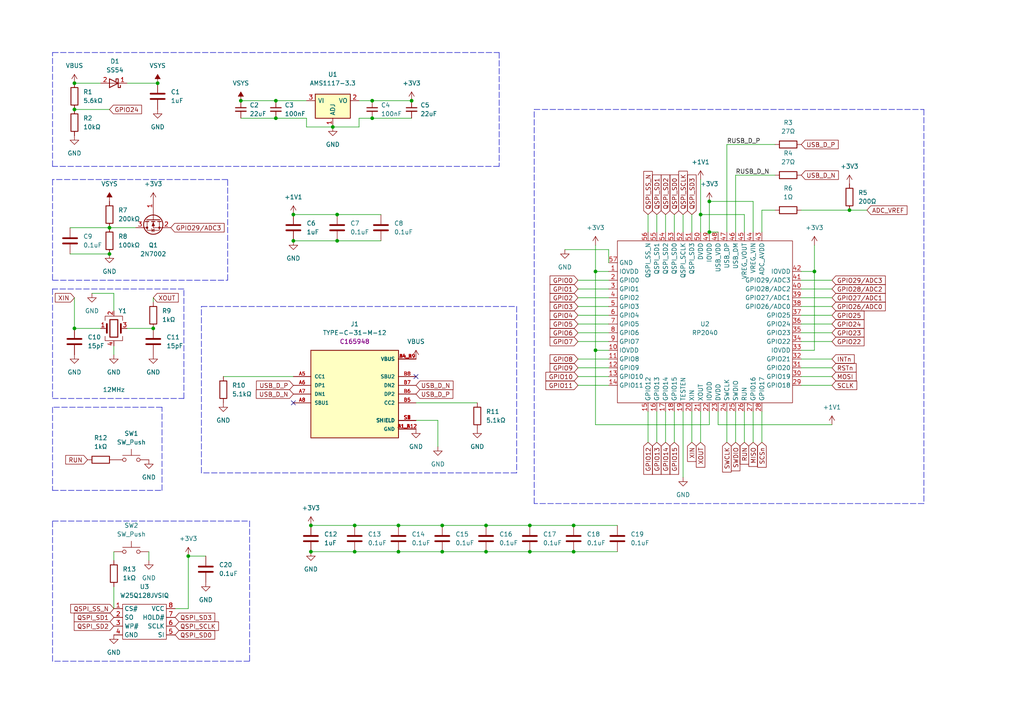
<source format=kicad_sch>
(kicad_sch (version 20211123) (generator eeschema)
  (paper "A4")
  (lib_symbols
    (symbol "01-rickbassham:GD25Q16ETIGR"
      (property "Reference" "U" (at 0 0 0))
      (property "Value" "GD25Q16ETIGR" (at 0 0 0))
      (symbol "GD25Q16ETIGR_0_1"
        (rectangle (start -6.35 -5.08) (end 6.35 -15.24))
      )
      (symbol "GD25Q16ETIGR_1_1"
        (pin output line (at -8.89 -6.35 0) (length 2.54) (name "CS#") (number "1"))
        (pin output line (at -8.89 -8.89 0) (length 2.54) (name "SO") (number "2"))
        (pin output line (at -8.89 -11.43 0) (length 2.54) (name "WP#") (number "3"))
        (pin output line (at -8.89 -13.97 0) (length 2.54) (name "GND") (number "4"))
        (pin output line (at 8.89 -13.97 180) (length 2.54) (name "SI") (number "5"))
        (pin output line (at 8.89 -11.43 180) (length 2.54) (name "SCLK") (number "6"))
        (pin output line (at 8.89 -8.89 180) (length 2.54) (name "HOLD#") (number "7"))
        (pin output line (at 8.89 -6.35 180) (length 2.54) (name "VCC") (number "8"))
      )
    )
    (symbol "01-rickbassham:RP2040"
      (property "Reference" "U" (at 0 1.27 0))
      (property "Value" "RP2040" (at 0 -1.27 0))
      (symbol "RP2040_0_1"
        (rectangle (start -25.4 25.4) (end 25.4 -21.59))
      )
      (symbol "RP2040_1_1"
        (pin output line (at -27.94 16.51 0) (length 2.54) (name "IOVDD") (number "1"))
        (pin output line (at -27.94 -6.35 0) (length 2.54) (name "IOVDD") (number "10"))
        (pin output line (at -27.94 -8.89 0) (length 2.54) (name "GPIO8") (number "11"))
        (pin output line (at -27.94 -11.43 0) (length 2.54) (name "GPIO9") (number "12"))
        (pin output line (at -27.94 -13.97 0) (length 2.54) (name "GPIO10") (number "13"))
        (pin output line (at -27.94 -16.51 0) (length 2.54) (name "GPIO11") (number "14"))
        (pin output line (at -16.51 -24.13 90) (length 2.54) (name "GPIO12") (number "15"))
        (pin output line (at -13.97 -24.13 90) (length 2.54) (name "GPIO13") (number "16"))
        (pin output line (at -11.43 -24.13 90) (length 2.54) (name "GPIO14") (number "17"))
        (pin output line (at -8.89 -24.13 90) (length 2.54) (name "GPIO15") (number "18"))
        (pin output line (at -6.35 -24.13 90) (length 2.54) (name "TESTEN") (number "19"))
        (pin output line (at -27.94 13.97 0) (length 2.54) (name "GPIO0") (number "2"))
        (pin output line (at -3.81 -24.13 90) (length 2.54) (name "XIN") (number "20"))
        (pin output line (at -1.27 -24.13 90) (length 2.54) (name "XOUT") (number "21"))
        (pin output line (at 1.27 -24.13 90) (length 2.54) (name "IOVDD") (number "22"))
        (pin output line (at 3.81 -24.13 90) (length 2.54) (name "DVDD") (number "23"))
        (pin output line (at 6.35 -24.13 90) (length 2.54) (name "SWCLK") (number "24"))
        (pin output line (at 8.89 -24.13 90) (length 2.54) (name "SWDIO") (number "25"))
        (pin output line (at 11.43 -24.13 90) (length 2.54) (name "RUN") (number "26"))
        (pin output line (at 13.97 -24.13 90) (length 2.54) (name "GPIO16") (number "27"))
        (pin output line (at 16.51 -24.13 90) (length 2.54) (name "GPIO17") (number "28"))
        (pin output line (at 27.94 -16.51 180) (length 2.54) (name "GPIO18") (number "29"))
        (pin output line (at -27.94 11.43 0) (length 2.54) (name "GPIO1") (number "3"))
        (pin output line (at 27.94 -13.97 180) (length 2.54) (name "GPIO19") (number "30"))
        (pin output line (at 27.94 -11.43 180) (length 2.54) (name "GPIO20") (number "31"))
        (pin output line (at 27.94 -8.89 180) (length 2.54) (name "GPIO21") (number "32"))
        (pin output line (at 27.94 -6.35 180) (length 2.54) (name "IOVDD") (number "33"))
        (pin output line (at 27.94 -3.81 180) (length 2.54) (name "GPIO22") (number "34"))
        (pin output line (at 27.94 -1.27 180) (length 2.54) (name "GPIO23") (number "35"))
        (pin output line (at 27.94 1.27 180) (length 2.54) (name "GPIO24") (number "36"))
        (pin output line (at 27.94 3.81 180) (length 2.54) (name "GPIO25") (number "37"))
        (pin output line (at 27.94 6.35 180) (length 2.54) (name "GPIO26/ADC0") (number "38"))
        (pin output line (at 27.94 8.89 180) (length 2.54) (name "GPIO27/ADC1") (number "39"))
        (pin output line (at -27.94 8.89 0) (length 2.54) (name "GPIO2") (number "4"))
        (pin output line (at 27.94 11.43 180) (length 2.54) (name "GPIO28/ADC2") (number "40"))
        (pin output line (at 27.94 13.97 180) (length 2.54) (name "GPIO29/ADC3") (number "41"))
        (pin output line (at 27.94 16.51 180) (length 2.54) (name "IOVDD") (number "42"))
        (pin output line (at 16.51 27.94 270) (length 2.54) (name "ADC_AVDD") (number "43"))
        (pin output line (at 13.97 27.94 270) (length 2.54) (name "VREG_VIN") (number "44"))
        (pin output line (at 11.43 27.94 270) (length 2.54) (name "VREG_VOUT") (number "45"))
        (pin output line (at 8.89 27.94 270) (length 2.54) (name "USB_DM") (number "46"))
        (pin output line (at 6.35 27.94 270) (length 2.54) (name "USB_DP") (number "47"))
        (pin output line (at 3.81 27.94 270) (length 2.54) (name "USB_VDD") (number "48"))
        (pin output line (at 1.27 27.94 270) (length 2.54) (name "IOVDD") (number "49"))
        (pin output line (at -27.94 6.35 0) (length 2.54) (name "GPIO3") (number "5"))
        (pin output line (at -1.27 27.94 270) (length 2.54) (name "DVDD") (number "50"))
        (pin output line (at -3.81 27.94 270) (length 2.54) (name "QSPI_SD3") (number "51"))
        (pin output line (at -6.35 27.94 270) (length 2.54) (name "QSPI_SCLK") (number "52"))
        (pin output line (at -8.89 27.94 270) (length 2.54) (name "QSPI_SD0") (number "53"))
        (pin output line (at -11.43 27.94 270) (length 2.54) (name "QSPI_SD2") (number "54"))
        (pin output line (at -13.97 27.94 270) (length 2.54) (name "QSPI_SD1") (number "55"))
        (pin output line (at -16.51 27.94 270) (length 2.54) (name "QSPI_SS_N") (number "56"))
        (pin output line (at -27.94 19.05 0) (length 2.54) (name "GND") (number "57"))
        (pin output line (at -27.94 3.81 0) (length 2.54) (name "GPIO4") (number "6"))
        (pin output line (at -27.94 1.27 0) (length 2.54) (name "GPIO5") (number "7"))
        (pin output line (at -27.94 -1.27 0) (length 2.54) (name "GPIO6") (number "8"))
        (pin output line (at -27.94 -3.81 0) (length 2.54) (name "GPIO7") (number "9"))
      )
    )
    (symbol "01-rickbassham:SS54" (pin_names hide)
      (property "Reference" "D" (at 0 1.27 0))
      (property "Value" "SS54" (at 0 -1.27 0))
      (symbol "SS54_0_1"
        (polyline (pts (xy 1.27 -3.81) (xy -1.27 -3.81)))
        (polyline (pts (xy 1.27 -2.54) (xy 1.27 -5.08) (xy -1.27 -3.81) (xy 1.27 -2.54)) (stroke (width 0.254)))
        (polyline (pts (xy -1.905 -3.175) (xy -1.905 -2.54) (xy -1.27 -2.54) (xy -1.27 -5.08) (xy -0.635 -5.08) (xy -0.635 -4.445)) (stroke (width 0.254)))
      )
      (symbol "SS54_1_1"
        (pin passive line (at -3.81 -3.81 0) (length 2.54) (name "K") (number "1"))
        (pin passive line (at 3.81 -3.81 180) (length 2.54) (name "A") (number "2"))
      )
    )
    (symbol "01-rickbassham:TYPE-C-31-M-12" (pin_names (offset 1.016))
      (property "Reference" "J" (at -12.7 13.462 0))
      (property "Value" "TYPE-C-31-M-12" (at -12.7 -13.462 0))
      (property "LCSC" "C165948" (at 0 0 0))
      (symbol "TYPE-C-31-M-12_0_0"
        (rectangle (start -12.7 -12.7) (end 12.7 12.7) (stroke (width 0.254)) (fill (type background)))
        (pin power_in line (at 17.78 -10.16 180) (length 5.08) (name "GND") (number "A1_B12"))
        (pin power_in line (at 17.78 10.16 180) (length 5.08) (name "VBUS") (number "A4_B9"))
        (pin bidirectional line (at -17.78 5.08 0) (length 5.08) (name "CC1") (number "A5"))
        (pin bidirectional line (at -17.78 2.54 0) (length 5.08) (name "DP1") (number "A6"))
        (pin bidirectional line (at -17.78 0 0) (length 5.08) (name "DN1") (number "A7"))
        (pin bidirectional line (at -17.78 -2.54 0) (length 5.08) (name "SBU1") (number "A8"))
        (pin power_in line (at 17.78 -10.16 180) (length 5.08) (name "GND") (number "B1_A12"))
        (pin power_in line (at 17.78 10.16 180) (length 5.08) (name "VBUS") (number "B4_A9"))
        (pin bidirectional line (at 17.78 -2.54 180) (length 5.08) (name "CC2") (number "B5"))
        (pin bidirectional line (at 17.78 0 180) (length 5.08) (name "DP2") (number "B6"))
        (pin bidirectional line (at 17.78 2.54 180) (length 5.08) (name "DN2") (number "B7"))
        (pin bidirectional line (at 17.78 5.08 180) (length 5.08) (name "SBU2") (number "B8"))
        (pin passive line (at 17.78 -7.62 180) (length 5.08) (name "SHIELD") (number "S1"))
        (pin passive line (at 17.78 -7.62 180) (length 5.08) (name "SHIELD") (number "S2"))
        (pin passive line (at 17.78 -7.62 180) (length 5.08) (name "SHIELD") (number "S3"))
        (pin passive line (at 17.78 -7.62 180) (length 5.08) (name "SHIELD") (number "S4"))
      )
    )
    (symbol "01-rickbassham:VSYS" (power) (pin_names (offset 0))
      (property "Value" "VSYS" (at 0 3.81 0))
      (symbol "VSYS_0_1"
        (polyline (pts (xy 0 0) (xy 0 2.54)))
        (polyline (pts (xy 0.762 1.27) (xy -0.762 1.27) (xy 0 2.54) (xy 0.762 1.27)) (fill (type outline)))
      )
      (symbol "VSYS_1_1"
        (pin power_in line (at 0 0 90) (length 0) hide (name "VSYS") (number "1"))
      )
    )
    (symbol "Device:C" (pin_numbers hide) (pin_names (offset 0.254))
      (property "Reference" "C" (at 0.635 2.54 0))
      (property "Value" "C" (at 0.635 -2.54 0))
      (symbol "C_0_1"
        (polyline (pts (xy -2.032 -0.762) (xy 2.032 -0.762)) (stroke (width 0.508)))
        (polyline (pts (xy -2.032 0.762) (xy 2.032 0.762)) (stroke (width 0.508)))
      )
      (symbol "C_1_1"
        (pin passive line (at 0 3.81 270) (length 2.794) (name "~") (number "1"))
        (pin passive line (at 0 -3.81 90) (length 2.794) (name "~") (number "2"))
      )
    )
    (symbol "Device:C_Small" (pin_numbers hide) (pin_names (offset 0.254) hide)
      (property "Reference" "C" (at 0.254 1.778 0))
      (property "Value" "C_Small" (at 0.254 -2.032 0))
      (symbol "C_Small_0_1"
        (polyline (pts (xy -1.524 -0.508) (xy 1.524 -0.508)) (stroke (width 0.3302)))
        (polyline (pts (xy -1.524 0.508) (xy 1.524 0.508)) (stroke (width 0.3048)))
      )
      (symbol "C_Small_1_1"
        (pin passive line (at 0 2.54 270) (length 2.032) (name "~") (number "1"))
        (pin passive line (at 0 -2.54 90) (length 2.032) (name "~") (number "2"))
      )
    )
    (symbol "Device:Crystal_GND24" (pin_names (offset 1.016) hide)
      (property "Reference" "Y" (at 3.175 5.08 0))
      (property "Value" "Crystal_GND24" (at 3.175 3.175 0))
      (symbol "Crystal_GND24_0_1"
        (rectangle (start -1.143 2.54) (end 1.143 -2.54) (stroke (width 0.3048)))
        (polyline (pts (xy -2.54 0) (xy -2.032 0)))
        (polyline (pts (xy -2.032 -1.27) (xy -2.032 1.27)) (stroke (width 0.508)))
        (polyline (pts (xy 0 -3.81) (xy 0 -3.556)))
        (polyline (pts (xy 0 3.556) (xy 0 3.81)))
        (polyline (pts (xy 2.032 -1.27) (xy 2.032 1.27)) (stroke (width 0.508)))
        (polyline (pts (xy 2.032 0) (xy 2.54 0)))
        (polyline (pts (xy -2.54 -2.286) (xy -2.54 -3.556) (xy 2.54 -3.556) (xy 2.54 -2.286)))
        (polyline (pts (xy -2.54 2.286) (xy -2.54 3.556) (xy 2.54 3.556) (xy 2.54 2.286)))
      )
      (symbol "Crystal_GND24_1_1"
        (pin passive line (at -3.81 0 0) (length 1.27) (name "1") (number "1"))
        (pin passive line (at 0 5.08 270) (length 1.27) (name "2") (number "2"))
        (pin passive line (at 3.81 0 180) (length 1.27) (name "3") (number "3"))
        (pin passive line (at 0 -5.08 90) (length 1.27) (name "4") (number "4"))
      )
    )
    (symbol "Device:R" (pin_numbers hide) (pin_names (offset 0))
      (property "Reference" "R" (at 2.032 0 90))
      (property "Value" "R" (at 0 0 90))
      (symbol "R_0_1"
        (rectangle (start -1.016 -2.54) (end 1.016 2.54) (stroke (width 0.254)))
      )
      (symbol "R_1_1"
        (pin passive line (at 0 3.81 270) (length 1.27) (name "~") (number "1"))
        (pin passive line (at 0 -3.81 90) (length 1.27) (name "~") (number "2"))
      )
    )
    (symbol "Regulator_Linear:AMS1117" (pin_names (offset 0.762))
      (property "Reference" "U" (at -3.81 3.175 0))
      (property "Value" "AMS1117" (at 0 3.175 0))
      (symbol "AMS1117_0_1"
        (rectangle (start -5.08 -5.08) (end 5.08 1.905) (stroke (width 0.254)) (fill (type background)))
      )
      (symbol "AMS1117_1_1"
        (pin input line (at 0 -7.62 90) (length 2.54) (name "ADJ") (number "1"))
        (pin power_out line (at 7.62 0 180) (length 2.54) (name "VO") (number "2"))
        (pin power_in line (at -7.62 0 0) (length 2.54) (name "VI") (number "3"))
      )
    )
    (symbol "Switch:SW_Push" (pin_numbers hide) (pin_names (offset 1.016) hide)
      (property "Reference" "SW" (at 1.27 2.54 0))
      (property "Value" "SW_Push" (at 0 -1.524 0))
      (symbol "SW_Push_0_1"
        (circle (center -2.032 0) (radius 0.508))
        (polyline (pts (xy 0 1.27) (xy 0 3.048)))
        (polyline (pts (xy 2.54 1.27) (xy -2.54 1.27)))
        (circle (center 2.032 0) (radius 0.508))
        (pin passive line (at -5.08 0 0) (length 2.54) (name "1") (number "1"))
        (pin passive line (at 5.08 0 180) (length 2.54) (name "2") (number "2"))
      )
    )
    (symbol "Transistor_FET:2N7002" (pin_names hide)
      (property "Reference" "Q" (at 5.08 1.905 0))
      (property "Value" "2N7002" (at 5.08 0 0))
      (symbol "2N7002_0_1"
        (polyline (pts (xy 0.254 0) (xy -2.54 0)))
        (polyline (pts (xy 0.254 1.905) (xy 0.254 -1.905)) (stroke (width 0.254)))
        (polyline (pts (xy 0.762 -1.27) (xy 0.762 -2.286)) (stroke (width 0.254)))
        (polyline (pts (xy 0.762 0.508) (xy 0.762 -0.508)) (stroke (width 0.254)))
        (polyline (pts (xy 0.762 2.286) (xy 0.762 1.27)) (stroke (width 0.254)))
        (polyline (pts (xy 2.54 2.54) (xy 2.54 1.778)))
        (polyline (pts (xy 2.54 -2.54) (xy 2.54 0) (xy 0.762 0)))
        (polyline (pts (xy 0.762 -1.778) (xy 3.302 -1.778) (xy 3.302 1.778) (xy 0.762 1.778)))
        (polyline (pts (xy 1.016 0) (xy 2.032 0.381) (xy 2.032 -0.381) (xy 1.016 0)) (fill (type outline)))
        (polyline (pts (xy 2.794 0.508) (xy 2.921 0.381) (xy 3.683 0.381) (xy 3.81 0.254)))
        (polyline (pts (xy 3.302 0.381) (xy 2.921 -0.254) (xy 3.683 -0.254) (xy 3.302 0.381)))
        (circle (center 1.651 0) (radius 2.794) (stroke (width 0.254)))
        (circle (center 2.54 -1.778) (radius 0.254) (fill (type outline)))
        (circle (center 2.54 1.778) (radius 0.254) (fill (type outline)))
      )
      (symbol "2N7002_1_1"
        (pin input line (at -5.08 0 0) (length 2.54) (name "G") (number "1"))
        (pin passive line (at 2.54 -5.08 90) (length 2.54) (name "S") (number "2"))
        (pin passive line (at 2.54 5.08 270) (length 2.54) (name "D") (number "3"))
      )
    )
    (symbol "power:+1V1" (power) (pin_names (offset 0))
      (property "Value" "+1V1" (at 0 3.556 0))
      (symbol "+1V1_0_1"
        (polyline (pts (xy -0.762 1.27) (xy 0 2.54)))
        (polyline (pts (xy 0 0) (xy 0 2.54)))
        (polyline (pts (xy 0 2.54) (xy 0.762 1.27)))
      )
      (symbol "+1V1_1_1"
        (pin power_in line (at 0 0 90) (length 0) hide (name "+1V1") (number "1"))
      )
    )
    (symbol "power:+3.3V" (power) (pin_names (offset 0))
      (property "Value" "+3.3V" (at 0 3.556 0))
      (symbol "+3.3V_0_1"
        (polyline (pts (xy -0.762 1.27) (xy 0 2.54)))
        (polyline (pts (xy 0 0) (xy 0 2.54)))
        (polyline (pts (xy 0 2.54) (xy 0.762 1.27)))
      )
      (symbol "+3.3V_1_1"
        (pin power_in line (at 0 0 90) (length 0) hide (name "+3V3") (number "1"))
      )
    )
    (symbol "power:GND" (power) (pin_names (offset 0))
      (property "Value" "GND" (at 0 -3.81 0))
      (symbol "GND_0_1"
        (polyline (pts (xy 0 0) (xy 0 -1.27) (xy 1.27 -1.27) (xy 0 -2.54) (xy -1.27 -1.27) (xy 0 -1.27)))
      )
      (symbol "GND_1_1"
        (pin power_in line (at 0 0 270) (length 0) hide (name "GND") (number "1"))
      )
    )
    (symbol "power:VBUS" (power) (pin_names (offset 0))
      (property "Value" "VBUS" (at 0 3.81 0))
      (symbol "VBUS_0_1"
        (polyline (pts (xy -0.762 1.27) (xy 0 2.54)))
        (polyline (pts (xy 0 0) (xy 0 2.54)))
        (polyline (pts (xy 0 2.54) (xy 0.762 1.27)))
      )
      (symbol "VBUS_1_1"
        (pin power_in line (at 0 0 90) (length 0) hide (name "VBUS") (number "1"))
      )
    )
  )
  (junction (at 102.87 152.4))
  (junction (at 54.61 161.29))
  (junction (at 115.57 152.4))
  (junction (at 31.75 73.66))
  (junction (at 69.85 29.21))
  (junction (at 172.72 101.6))
  (junction (at 21.59 31.75))
  (junction (at 45.72 24.13))
  (junction (at 107.95 29.21))
  (junction (at 236.22 78.74))
  (junction (at 90.17 152.4))
  (junction (at 85.09 62.23))
  (junction (at 128.27 152.4))
  (junction (at 153.67 160.02))
  (junction (at 21.59 24.13))
  (junction (at 115.57 160.02))
  (junction (at 166.37 152.4))
  (junction (at 119.38 29.21))
  (junction (at 80.01 29.21))
  (junction (at 97.79 69.85))
  (junction (at 172.72 78.74))
  (junction (at 153.67 152.4))
  (junction (at 128.27 160.02))
  (junction (at 97.79 62.23))
  (junction (at 31.75 66.04))
  (junction (at 90.17 160.02))
  (junction (at 80.01 34.29))
  (junction (at 44.45 95.25))
  (junction (at 140.97 152.4))
  (junction (at 85.09 69.85))
  (junction (at 140.97 160.02))
  (junction (at 96.52 36.83))
  (junction (at 205.74 58.42))
  (junction (at 102.87 160.02))
  (junction (at 166.37 160.02))
  (junction (at 107.95 34.29))
  (junction (at 203.2 62.23))
  (junction (at 21.59 95.25))
  (junction (at 205.74 67.31))
  (junction (at 246.38 60.96))
  (no_connect (at 85.09 116.84))
  (no_connect (at 120.65 109.22))
  (wire (pts (xy 205.74 123.19) (xy 172.72 123.19)))
  (wire (pts (xy 198.12 119.38) (xy 198.12 138.43)))
  (wire (pts (xy 54.61 161.29) (xy 59.69 161.29)))
  (wire (pts (xy 210.82 67.31) (xy 210.82 41.91)))
  (wire (pts (xy 220.98 67.31) (xy 220.98 60.96)))
  (wire (pts (xy 119.38 34.29) (xy 107.95 34.29)))
  (wire (pts (xy 213.36 50.8) (xy 224.79 50.8)))
  (wire (pts (xy 167.64 81.28) (xy 176.53 81.28)))
  (wire (pts (xy 153.67 160.02) (xy 166.37 160.02)))
  (wire (pts (xy 193.04 62.23) (xy 193.04 67.31)))
  (wire (pts (xy 187.96 62.23) (xy 187.96 67.31)))
  (wire (pts (xy 241.3 123.19) (xy 208.28 123.19)))
  (wire (pts (xy 36.83 24.13) (xy 45.72 24.13)))
  (polyline (pts (xy 144.78 15.24) (xy 144.78 48.26)))
  (wire (pts (xy 127 121.92) (xy 127 129.54)))
  (wire (pts (xy 31.75 66.04) (xy 39.37 66.04)))
  (wire (pts (xy 232.41 111.76) (xy 241.3 111.76)))
  (wire (pts (xy 200.66 62.23) (xy 200.66 67.31)))
  (wire (pts (xy 215.9 67.31) (xy 215.9 62.23)))
  (wire (pts (xy 153.67 152.4) (xy 166.37 152.4)))
  (wire (pts (xy 232.41 106.68) (xy 241.3 106.68)))
  (wire (pts (xy 97.79 62.23) (xy 110.49 62.23)))
  (polyline (pts (xy 15.24 118.11) (xy 15.24 142.24)))
  (wire (pts (xy 115.57 152.4) (xy 128.27 152.4)))
  (wire (pts (xy 193.04 119.38) (xy 193.04 128.27)))
  (wire (pts (xy 33.02 160.02) (xy 33.02 162.56)))
  (wire (pts (xy 232.41 60.96) (xy 246.38 60.96)))
  (wire (pts (xy 220.98 60.96) (xy 224.79 60.96)))
  (wire (pts (xy 195.58 62.23) (xy 195.58 67.31)))
  (polyline (pts (xy 15.24 115.57) (xy 53.34 115.57)))
  (wire (pts (xy 69.85 34.29) (xy 80.01 34.29)))
  (wire (pts (xy 33.02 170.18) (xy 33.02 176.53)))
  (wire (pts (xy 232.41 83.82) (xy 241.3 83.82)))
  (wire (pts (xy 215.9 119.38) (xy 215.9 128.27)))
  (wire (pts (xy 195.58 119.38) (xy 195.58 128.27)))
  (polyline (pts (xy 72.39 151.13) (xy 72.39 191.77)))
  (polyline (pts (xy 46.99 118.11) (xy 15.24 118.11)))
  (wire (pts (xy 167.64 91.44) (xy 176.53 91.44)))
  (wire (pts (xy 69.85 29.21) (xy 80.01 29.21)))
  (wire (pts (xy 64.77 109.22) (xy 85.09 109.22)))
  (wire (pts (xy 232.41 96.52) (xy 241.3 96.52)))
  (wire (pts (xy 203.2 62.23) (xy 203.2 67.31)))
  (wire (pts (xy 166.37 152.4) (xy 179.07 152.4)))
  (wire (pts (xy 20.32 73.66) (xy 31.75 73.66)))
  (polyline (pts (xy 53.34 115.57) (xy 53.34 83.82)))
  (wire (pts (xy 167.64 104.14) (xy 176.53 104.14)))
  (wire (pts (xy 80.01 29.21) (xy 88.9 29.21)))
  (wire (pts (xy 102.87 160.02) (xy 115.57 160.02)))
  (wire (pts (xy 21.59 86.36) (xy 21.59 95.25)))
  (wire (pts (xy 190.5 62.23) (xy 190.5 67.31)))
  (wire (pts (xy 215.9 62.23) (xy 203.2 62.23)))
  (polyline (pts (xy 66.04 81.28) (xy 66.04 52.07)))
  (wire (pts (xy 85.09 69.85) (xy 97.79 69.85)))
  (wire (pts (xy 107.95 34.29) (xy 104.14 34.29)))
  (wire (pts (xy 43.18 160.02) (xy 43.18 162.56)))
  (wire (pts (xy 167.64 86.36) (xy 176.53 86.36)))
  (wire (pts (xy 33.02 102.87) (xy 33.02 100.33)))
  (polyline (pts (xy 15.24 191.77) (xy 15.24 151.13)))
  (wire (pts (xy 97.79 69.85) (xy 110.49 69.85)))
  (wire (pts (xy 115.57 160.02) (xy 128.27 160.02)))
  (wire (pts (xy 236.22 71.12) (xy 236.22 78.74)))
  (wire (pts (xy 205.74 58.42) (xy 205.74 67.31)))
  (wire (pts (xy 140.97 160.02) (xy 153.67 160.02)))
  (wire (pts (xy 29.21 24.13) (xy 21.59 24.13)))
  (wire (pts (xy 167.64 96.52) (xy 176.53 96.52)))
  (wire (pts (xy 172.72 123.19) (xy 172.72 101.6)))
  (wire (pts (xy 167.64 109.22) (xy 176.53 109.22)))
  (wire (pts (xy 172.72 71.12) (xy 172.72 78.74)))
  (wire (pts (xy 140.97 152.4) (xy 153.67 152.4)))
  (wire (pts (xy 232.41 101.6) (xy 236.22 101.6)))
  (polyline (pts (xy 15.24 48.26) (xy 15.24 15.24)))
  (wire (pts (xy 90.17 160.02) (xy 102.87 160.02)))
  (wire (pts (xy 36.83 95.25) (xy 44.45 95.25)))
  (wire (pts (xy 80.01 34.29) (xy 88.9 34.29)))
  (wire (pts (xy 107.95 29.21) (xy 119.38 29.21)))
  (wire (pts (xy 213.36 67.31) (xy 213.36 50.8)))
  (wire (pts (xy 176.53 101.6) (xy 172.72 101.6)))
  (wire (pts (xy 167.64 83.82) (xy 176.53 83.82)))
  (wire (pts (xy 102.87 152.4) (xy 115.57 152.4)))
  (wire (pts (xy 167.64 106.68) (xy 176.53 106.68)))
  (wire (pts (xy 232.41 99.06) (xy 241.3 99.06)))
  (wire (pts (xy 198.12 62.23) (xy 198.12 67.31)))
  (wire (pts (xy 220.98 119.38) (xy 220.98 128.27)))
  (wire (pts (xy 187.96 119.38) (xy 187.96 128.27)))
  (polyline (pts (xy 15.24 142.24) (xy 46.99 142.24)))
  (polyline (pts (xy 144.78 48.26) (xy 15.24 48.26)))
  (wire (pts (xy 128.27 152.4) (xy 140.97 152.4)))
  (wire (pts (xy 232.41 86.36) (xy 241.3 86.36)))
  (polyline (pts (xy 149.86 137.16) (xy 58.42 137.16)))
  (wire (pts (xy 190.5 119.38) (xy 190.5 128.27)))
  (wire (pts (xy 205.74 67.31) (xy 208.28 67.31)))
  (wire (pts (xy 20.32 66.04) (xy 31.75 66.04)))
  (polyline (pts (xy 58.42 137.16) (xy 58.42 88.9)))
  (wire (pts (xy 167.64 88.9) (xy 176.53 88.9)))
  (wire (pts (xy 88.9 34.29) (xy 88.9 36.83)))
  (wire (pts (xy 88.9 36.83) (xy 96.52 36.83)))
  (wire (pts (xy 31.75 31.75) (xy 21.59 31.75)))
  (wire (pts (xy 236.22 101.6) (xy 236.22 78.74)))
  (polyline (pts (xy 15.24 52.07) (xy 15.24 81.28)))
  (wire (pts (xy 218.44 67.31) (xy 218.44 58.42)))
  (wire (pts (xy 210.82 41.91) (xy 224.79 41.91)))
  (wire (pts (xy 213.36 119.38) (xy 213.36 128.27)))
  (polyline (pts (xy 15.24 83.82) (xy 15.24 115.57)))
  (polyline (pts (xy 66.04 52.07) (xy 15.24 52.07)))
  (wire (pts (xy 208.28 123.19) (xy 208.28 119.38)))
  (wire (pts (xy 167.64 111.76) (xy 176.53 111.76)))
  (wire (pts (xy 236.22 78.74) (xy 232.41 78.74)))
  (wire (pts (xy 54.61 176.53) (xy 54.61 161.29)))
  (wire (pts (xy 167.64 93.98) (xy 176.53 93.98)))
  (polyline (pts (xy 15.24 81.28) (xy 66.04 81.28)))
  (wire (pts (xy 90.17 152.4) (xy 102.87 152.4)))
  (wire (pts (xy 232.41 81.28) (xy 241.3 81.28)))
  (wire (pts (xy 104.14 34.29) (xy 104.14 36.83)))
  (polyline (pts (xy 53.34 83.82) (xy 15.24 83.82)))
  (wire (pts (xy 85.09 62.23) (xy 97.79 62.23)))
  (wire (pts (xy 163.83 72.39) (xy 176.53 72.39)))
  (wire (pts (xy 44.45 86.36) (xy 44.45 87.63)))
  (wire (pts (xy 172.72 78.74) (xy 176.53 78.74)))
  (wire (pts (xy 33.02 85.09) (xy 33.02 90.17)))
  (wire (pts (xy 26.67 85.09) (xy 33.02 85.09)))
  (wire (pts (xy 232.41 93.98) (xy 241.3 93.98)))
  (polyline (pts (xy 46.99 142.24) (xy 46.99 118.11)))
  (wire (pts (xy 210.82 119.38) (xy 210.82 128.27)))
  (wire (pts (xy 21.59 95.25) (xy 29.21 95.25)))
  (polyline (pts (xy 154.94 31.75) (xy 267.97 31.75)))
  (wire (pts (xy 246.38 60.96) (xy 251.46 60.96)))
  (wire (pts (xy 176.53 72.39) (xy 176.53 76.2)))
  (wire (pts (xy 104.14 29.21) (xy 107.95 29.21)))
  (wire (pts (xy 120.65 116.84) (xy 138.43 116.84)))
  (wire (pts (xy 128.27 160.02) (xy 140.97 160.02)))
  (polyline (pts (xy 154.94 146.05) (xy 154.94 31.75)))
  (polyline (pts (xy 15.24 151.13) (xy 72.39 151.13)))
  (wire (pts (xy 120.65 121.92) (xy 127 121.92)))
  (wire (pts (xy 166.37 160.02) (xy 179.07 160.02)))
  (wire (pts (xy 200.66 119.38) (xy 200.66 128.27)))
  (polyline (pts (xy 15.24 15.24) (xy 144.78 15.24)))
  (polyline (pts (xy 267.97 31.75) (xy 267.97 146.05)))
  (wire (pts (xy 203.2 119.38) (xy 203.2 128.27)))
  (wire (pts (xy 167.64 99.06) (xy 176.53 99.06)))
  (wire (pts (xy 172.72 78.74) (xy 172.72 101.6)))
  (wire (pts (xy 205.74 119.38) (xy 205.74 123.19)))
  (wire (pts (xy 232.41 109.22) (xy 241.3 109.22)))
  (wire (pts (xy 218.44 119.38) (xy 218.44 128.27)))
  (polyline (pts (xy 149.86 88.9) (xy 149.86 137.16)))
  (wire (pts (xy 104.14 36.83) (xy 96.52 36.83)))
  (wire (pts (xy 218.44 58.42) (xy 205.74 58.42)))
  (wire (pts (xy 232.41 91.44) (xy 241.3 91.44)))
  (polyline (pts (xy 72.39 191.77) (xy 15.24 191.77)))
  (wire (pts (xy 203.2 52.07) (xy 203.2 62.23)))
  (polyline (pts (xy 267.97 146.05) (xy 154.94 146.05)))
  (wire (pts (xy 232.41 104.14) (xy 241.3 104.14)))
  (wire (pts (xy 50.8 176.53) (xy 54.61 176.53)))
  (polyline (pts (xy 58.42 88.9) (xy 149.86 88.9)))
  (wire (pts (xy 232.41 88.9) (xy 241.3 88.9)))
  (label "RUSB_D_N" (at 213.36 50.8 0))
  (label "RUSB_D_P" (at 210.82 41.91 0))
  (global_label "XOUT" (shape input) (at 44.45 86.36 0) (property "Intersheet References" "${INTERSHEET_REFS}" (effects hide)))
  (global_label "GPIO7" (shape input) (at 167.64 99.06 180) (property "Intersheet References" "${INTERSHEET_REFS}" (effects hide)))
  (global_label "GPIO15" (shape input) (at 195.58 128.27 270) (property "Intersheet References" "${INTERSHEET_REFS}" (effects hide)))
  (global_label "USB_D_P" (shape input) (at 232.41 41.91 0) (property "Intersheet References" "${INTERSHEET_REFS}" (effects hide)))
  (global_label "GPIO9" (shape input) (at 167.64 106.68 180) (property "Intersheet References" "${INTERSHEET_REFS}" (effects hide)))
  (global_label "MISO" (shape input) (at 218.44 128.27 270) (property "Intersheet References" "${INTERSHEET_REFS}" (effects hide)))
  (global_label "GPIO13" (shape input) (at 190.5 128.27 270) (property "Intersheet References" "${INTERSHEET_REFS}" (effects hide)))
  (global_label "QSPI_SD1" (shape input) (at 33.02 179.07 180) (property "Intersheet References" "${INTERSHEET_REFS}" (effects hide)))
  (global_label "GPIO2" (shape input) (at 167.64 86.36 180) (property "Intersheet References" "${INTERSHEET_REFS}" (effects hide)))
  (global_label "GPIO22" (shape input) (at 241.3 99.06 0) (property "Intersheet References" "${INTERSHEET_REFS}" (effects hide)))
  (global_label "QSPI_SCLK" (shape input) (at 50.8 181.61 0) (property "Intersheet References" "${INTERSHEET_REFS}" (effects hide)))
  (global_label "RSTn" (shape input) (at 241.3 106.68 0) (property "Intersheet References" "${INTERSHEET_REFS}" (effects hide)))
  (global_label "GPIO24" (shape input) (at 31.75 31.75 0) (property "Intersheet References" "${INTERSHEET_REFS}" (effects hide)))
  (global_label "RUN" (shape input) (at 215.9 128.27 270) (property "Intersheet References" "${INTERSHEET_REFS}" (effects hide)))
  (global_label "USB_D_N" (shape input) (at 232.41 50.8 0) (property "Intersheet References" "${INTERSHEET_REFS}" (effects hide)))
  (global_label "QSPI_SD0" (shape input) (at 195.58 62.23 90) (property "Intersheet References" "${INTERSHEET_REFS}" (effects hide)))
  (global_label "GPIO12" (shape input) (at 187.96 128.27 270) (property "Intersheet References" "${INTERSHEET_REFS}" (effects hide)))
  (global_label "GPIO26{slash}ADC0" (shape input) (at 241.3 88.9 0) (property "Intersheet References" "${INTERSHEET_REFS}" (effects hide)))
  (global_label "XIN" (shape input) (at 200.66 128.27 270) (property "Intersheet References" "${INTERSHEET_REFS}" (effects hide)))
  (global_label "GPIO14" (shape input) (at 193.04 128.27 270) (property "Intersheet References" "${INTERSHEET_REFS}" (effects hide)))
  (global_label "ADC_VREF" (shape input) (at 251.46 60.96 0) (property "Intersheet References" "${INTERSHEET_REFS}" (effects hide)))
  (global_label "XOUT" (shape input) (at 203.2 128.27 270) (property "Intersheet References" "${INTERSHEET_REFS}" (effects hide)))
  (global_label "GPIO6" (shape input) (at 167.64 96.52 180) (property "Intersheet References" "${INTERSHEET_REFS}" (effects hide)))
  (global_label "SWDIO" (shape input) (at 213.36 128.27 270) (property "Intersheet References" "${INTERSHEET_REFS}" (effects hide)))
  (global_label "MOSI" (shape input) (at 241.3 109.22 0) (property "Intersheet References" "${INTERSHEET_REFS}" (effects hide)))
  (global_label "SCSn" (shape input) (at 220.98 128.27 270) (property "Intersheet References" "${INTERSHEET_REFS}" (effects hide)))
  (global_label "QSPI_SD2" (shape input) (at 193.04 62.23 90) (property "Intersheet References" "${INTERSHEET_REFS}" (effects hide)))
  (global_label "QSPI_SD0" (shape input) (at 50.8 184.15 0) (property "Intersheet References" "${INTERSHEET_REFS}" (effects hide)))
  (global_label "GPIO28{slash}ADC2" (shape input) (at 241.3 83.82 0) (property "Intersheet References" "${INTERSHEET_REFS}" (effects hide)))
  (global_label "GPIO10" (shape input) (at 167.64 109.22 180) (property "Intersheet References" "${INTERSHEET_REFS}" (effects hide)))
  (global_label "RUN" (shape input) (at 25.4 133.35 180) (property "Intersheet References" "${INTERSHEET_REFS}" (effects hide)))
  (global_label "SCLK" (shape input) (at 241.3 111.76 0) (property "Intersheet References" "${INTERSHEET_REFS}" (effects hide)))
  (global_label "XIN" (shape input) (at 21.59 86.36 180) (property "Intersheet References" "${INTERSHEET_REFS}" (effects hide)))
  (global_label "USB_D_N" (shape input) (at 85.09 114.3 180) (property "Intersheet References" "${INTERSHEET_REFS}" (effects hide)))
  (global_label "QSPI_SD1" (shape input) (at 190.5 62.23 90) (property "Intersheet References" "${INTERSHEET_REFS}" (effects hide)))
  (global_label "GPIO11" (shape input) (at 167.64 111.76 180) (property "Intersheet References" "${INTERSHEET_REFS}" (effects hide)))
  (global_label "USB_D_P" (shape input) (at 85.09 111.76 180) (property "Intersheet References" "${INTERSHEET_REFS}" (effects hide)))
  (global_label "QSPI_SD3" (shape input) (at 50.8 179.07 0) (property "Intersheet References" "${INTERSHEET_REFS}" (effects hide)))
  (global_label "GPIO29{slash}ADC3" (shape input) (at 49.53 66.04 0) (property "Intersheet References" "${INTERSHEET_REFS}" (effects hide)))
  (global_label "QSPI_SS_N" (shape input) (at 187.96 62.23 90) (property "Intersheet References" "${INTERSHEET_REFS}" (effects hide)))
  (global_label "GPIO1" (shape input) (at 167.64 83.82 180) (property "Intersheet References" "${INTERSHEET_REFS}" (effects hide)))
  (global_label "SWCLK" (shape input) (at 210.82 128.27 270) (property "Intersheet References" "${INTERSHEET_REFS}" (effects hide)))
  (global_label "GPIO29{slash}ADC3" (shape input) (at 241.3 81.28 0) (property "Intersheet References" "${INTERSHEET_REFS}" (effects hide)))
  (global_label "INTn" (shape input) (at 241.3 104.14 0) (property "Intersheet References" "${INTERSHEET_REFS}" (effects hide)))
  (global_label "GPIO0" (shape input) (at 167.64 81.28 180) (property "Intersheet References" "${INTERSHEET_REFS}" (effects hide)))
  (global_label "GPIO25" (shape input) (at 241.3 91.44 0) (property "Intersheet References" "${INTERSHEET_REFS}" (effects hide)))
  (global_label "GPIO3" (shape input) (at 167.64 88.9 180) (property "Intersheet References" "${INTERSHEET_REFS}" (effects hide)))
  (global_label "GPIO5" (shape input) (at 167.64 93.98 180) (property "Intersheet References" "${INTERSHEET_REFS}" (effects hide)))
  (global_label "QSPI_SD2" (shape input) (at 33.02 181.61 180) (property "Intersheet References" "${INTERSHEET_REFS}" (effects hide)))
  (global_label "QSPI_SD3" (shape input) (at 200.66 62.23 90) (property "Intersheet References" "${INTERSHEET_REFS}" (effects hide)))
  (global_label "GPIO27{slash}ADC1" (shape input) (at 241.3 86.36 0) (property "Intersheet References" "${INTERSHEET_REFS}" (effects hide)))
  (global_label "USB_D_P" (shape input) (at 120.65 114.3 0) (property "Intersheet References" "${INTERSHEET_REFS}" (effects hide)))
  (global_label "QSPI_SS_N" (shape input) (at 33.02 176.53 180) (property "Intersheet References" "${INTERSHEET_REFS}" (effects hide)))
  (global_label "QSPI_SCLK" (shape input) (at 198.12 62.23 90) (property "Intersheet References" "${INTERSHEET_REFS}" (effects hide)))
  (global_label "USB_D_N" (shape input) (at 120.65 111.76 0) (property "Intersheet References" "${INTERSHEET_REFS}" (effects hide)))
  (global_label "GPIO4" (shape input) (at 167.64 91.44 180) (property "Intersheet References" "${INTERSHEET_REFS}" (effects hide)))
  (global_label "GPIO24" (shape input) (at 241.3 93.98 0) (property "Intersheet References" "${INTERSHEET_REFS}" (effects hide)))
  (global_label "GPIO23" (shape input) (at 241.3 96.52 0) (property "Intersheet References" "${INTERSHEET_REFS}" (effects hide)))
  (global_label "GPIO8" (shape input) (at 167.64 104.14 180) (property "Intersheet References" "${INTERSHEET_REFS}" (effects hide)))
  (symbol (lib_id "Device:R") (at 29.21 133.35 90) (unit 1)
    (property "Reference" "R12" (at 29.21 127 90))
    (property "Value" "1kΩ" (at 29.21 129.54 90))
    (property "Footprint" "Resistor_SMD:R_0402_1005Metric" (effects hide))
    (property "LCSC" "C11702" (effects hide))
    (property "JLCPCB Class" "B" (effects hide))
  )
  (symbol (lib_id "Device:R") (at 64.77 113.03 180) (unit 1)
    (property "Reference" "R10" (at 67.31 111.7599 0) (effects (justify right)))
    (property "Value" "5.1kΩ" (at 67.31 114.2999 0) (effects (justify right)))
    (property "Footprint" "Resistor_SMD:R_0402_1005Metric" (effects hide))
    (property "LCSC" "C25905" (effects hide))
    (property "JLCPCB Class" "B" (effects hide))
  )
  (symbol (lib_id "Device:R") (at 21.59 27.94 0) (unit 1)
    (property "Reference" "R1" (at 24.13 26.6699 0) (effects (justify left)))
    (property "Value" "5.6kΩ" (at 24.13 29.2099 0) (effects (justify left)))
    (property "Footprint" "Resistor_SMD:R_0402_1005Metric" (effects hide))
    (property "LCSC" "C25908" (effects hide))
    (property "JLCPCB Class" "B" (effects hide))
  )
  (symbol (lib_id "power:GND") (at 31.75 73.66 0) (unit 1)
    (property "Reference" "#PWR018" (effects hide))
    (property "Value" "GND" (at 31.75 78.74 0))
  )
  (symbol (lib_id "power:GND") (at 163.83 72.39 0) (unit 1)
    (property "Reference" "#PWR017" (effects hide))
    (property "Value" "GND" (at 163.83 77.47 0))
  )
  (symbol (lib_id "Device:C_Small") (at 80.01 31.75 0) (unit 1)
    (property "Reference" "C3" (at 82.55 30.4862 0) (effects (justify left)))
    (property "Value" "100nF" (at 82.55 33.0262 0) (effects (justify left)))
    (property "Footprint" "Capacitor_SMD:C_0402_1005Metric" (effects hide))
    (property "LCSC" "C307331" (effects hide))
    (property "JLCPCB Class" "B" (effects hide))
  )
  (symbol (lib_id "power:GND") (at 33.02 184.15 0) (unit 1)
    (property "Reference" "#PWR036" (effects hide))
    (property "Value" "GND" (at 33.02 189.23 0))
  )
  (symbol (lib_id "power:+1V1") (at 85.09 62.23 0) (unit 1)
    (property "Reference" "#PWR013" (effects hide))
    (property "Value" "+1V1" (at 85.09 57.15 0))
  )
  (symbol (lib_id "Device:R") (at 228.6 60.96 90) (unit 1)
    (property "Reference" "R6" (at 228.6 54.61 90))
    (property "Value" "1Ω" (at 228.6 57.15 90))
    (property "Footprint" "Resistor_SMD:R_0402_1005Metric" (effects hide))
    (property "LCSC" "C25086" (effects hide))
    (property "JLCPCB Class" "B" (effects hide))
  )
  (symbol (lib_id "Device:C") (at 115.57 156.21 0) (unit 1)
    (property "Reference" "C14" (at 119.38 154.9399 0) (effects (justify left)))
    (property "Value" "0.1uF" (at 119.38 157.4799 0) (effects (justify left)))
    (property "Footprint" "Capacitor_SMD:C_0402_1005Metric" (effects hide))
    (property "LCSC" "C1525" (effects hide))
    (property "JLCPCB Class" "B" (effects hide))
  )
  (symbol (lib_id "Device:R") (at 228.6 41.91 90) (unit 1)
    (property "Reference" "R3" (at 228.6 35.56 90))
    (property "Value" "27Ω" (at 228.6 38.1 90))
    (property "Footprint" "Resistor_SMD:R_0603_1608Metric" (effects hide))
    (property "LCSC" "C25190" (effects hide))
    (property "JLCPCB Class" "B" (effects hide))
  )
  (symbol (lib_id "power:+3.3V") (at 205.74 58.42 0) (unit 1)
    (property "Reference" "#PWR012" (effects hide))
    (property "Value" "+3.3V" (at 205.74 53.34 0))
  )
  (symbol (lib_id "power:+3.3V") (at 54.61 161.29 0) (unit 1)
    (property "Reference" "#PWR033" (effects hide))
    (property "Value" "+3.3V" (at 54.61 156.21 0))
  )
  (symbol (lib_id "Device:C") (at 166.37 156.21 0) (unit 1)
    (property "Reference" "C18" (at 170.18 154.9399 0) (effects (justify left)))
    (property "Value" "0.1uF" (at 170.18 157.4799 0) (effects (justify left)))
    (property "Footprint" "Capacitor_SMD:C_0402_1005Metric" (effects hide))
    (property "LCSC" "C1525" (effects hide))
    (property "JLCPCB Class" "B" (effects hide))
  )
  (symbol (lib_id "01-rickbassham:SS54") (at 33.02 27.94 180) (unit 1)
    (property "Reference" "D1" (at 33.3375 17.78 0))
    (property "Value" "SS54" (at 33.3375 20.32 0))
    (property "Footprint" "Diode_SMD:D_SMA" (effects hide))
    (property "Datasheet" "https://datasheet.lcsc.com/lcsc/1810192041_MDD-Microdiode-Electronics--SS54_C22452.pdf" (effects hide))
    (property "LCSC" "C22452" (effects hide))
    (property "JLCPCB Class" "B" (effects hide))
  )
  (symbol (lib_id "Device:R") (at 31.75 69.85 180) (unit 1)
    (property "Reference" "R8" (at 34.29 68.5799 0) (effects (justify right)))
    (property "Value" "100kΩ" (at 34.29 71.1199 0) (effects (justify right)))
    (property "Footprint" "Resistor_SMD:R_0402_1005Metric" (effects hide))
    (property "LCSC" "C25741" (effects hide))
    (property "JLCPCB Class" "B" (effects hide))
  )
  (symbol (lib_id "power:GND") (at 43.18 133.35 0) (unit 1)
    (property "Reference" "#PWR029" (effects hide))
    (property "Value" "GND" (at 43.18 138.43 0))
  )
  (symbol (lib_id "Device:R") (at 21.59 35.56 0) (unit 1)
    (property "Reference" "R2" (at 24.13 34.2899 0) (effects (justify left)))
    (property "Value" "10kΩ" (at 24.13 36.8299 0) (effects (justify left)))
    (property "Footprint" "Resistor_SMD:R_0402_1005Metric" (effects hide))
    (property "LCSC" "C25744" (effects hide))
    (property "JLCPCB Class" "B" (effects hide))
  )
  (symbol (lib_id "Device:C") (at 85.09 66.04 0) (unit 1)
    (property "Reference" "C6" (at 88.9 64.7699 0) (effects (justify left)))
    (property "Value" "1uF" (at 88.9 67.3099 0) (effects (justify left)))
    (property "Footprint" "Capacitor_SMD:C_0402_1005Metric" (effects hide))
    (property "LCSC" "C52923" (effects hide))
    (property "JLCPCB Class" "B" (effects hide))
  )
  (symbol (lib_id "Device:C") (at 90.17 156.21 0) (unit 1)
    (property "Reference" "C12" (at 93.98 154.9399 0) (effects (justify left)))
    (property "Value" "1uF" (at 93.98 157.4799 0) (effects (justify left)))
    (property "Footprint" "Capacitor_SMD:C_0402_1005Metric" (effects hide))
    (property "LCSC" "C52923" (effects hide))
    (property "JLCPCB Class" "B" (effects hide))
  )
  (symbol (lib_id "Device:R") (at 138.43 120.65 180) (unit 1)
    (property "Reference" "R11" (at 140.97 119.3799 0) (effects (justify right)))
    (property "Value" "5.1kΩ" (at 140.97 121.9199 0) (effects (justify right)))
    (property "Footprint" "Resistor_SMD:R_0402_1005Metric" (effects hide))
    (property "LCSC" "C25905" (effects hide))
    (property "JLCPCB Class" "B" (effects hide))
  )
  (symbol (lib_id "power:+1V1") (at 241.3 123.19 0) (unit 1)
    (property "Reference" "#PWR025" (effects hide))
    (property "Value" "+1V1" (at 241.3 118.11 0))
  )
  (symbol (lib_id "Switch:SW_Push") (at 38.1 160.02 0) (unit 1)
    (property "Reference" "SW2" (at 38.1 152.4 0))
    (property "Value" "SW_Push" (at 38.1 154.94 0))
    (property "Footprint" "01-rickbassham:SW_TS-1187A-B-A-B" (effects hide))
    (property "LCSC" "C318884" (effects hide))
    (property "JLCPCB Class" "B" (effects hide))
  )
  (symbol (lib_id "Device:R") (at 44.45 91.44 0) (unit 1)
    (property "Reference" "R9" (at 46.99 90.1699 0) (effects (justify left)))
    (property "Value" "1kΩ" (at 46.99 92.7099 0) (effects (justify left)))
    (property "Footprint" "Resistor_SMD:R_0402_1005Metric" (effects hide))
    (property "LCSC" "C11702" (effects hide))
    (property "JLCPCB Class" "B" (effects hide))
  )
  (symbol (lib_id "power:GND") (at 21.59 39.37 0) (unit 1)
    (property "Reference" "#PWR07" (effects hide))
    (property "Value" "GND" (at 21.59 44.45 0))
  )
  (symbol (lib_id "Device:C") (at 59.69 165.1 0) (unit 1)
    (property "Reference" "C20" (at 63.5 163.8299 0) (effects (justify left)))
    (property "Value" "0.1uF" (at 63.5 166.3699 0) (effects (justify left)))
    (property "Footprint" "Capacitor_SMD:C_0402_1005Metric" (effects hide))
    (property "LCSC" "C1525" (effects hide))
    (property "JLCPCB Class" "B" (effects hide))
  )
  (symbol (lib_id "Device:C_Small") (at 107.95 31.75 0) (unit 1)
    (property "Reference" "C4" (at 110.49 30.4862 0) (effects (justify left)))
    (property "Value" "100nF" (at 110.49 33.0262 0) (effects (justify left)))
    (property "Footprint" "Capacitor_SMD:C_0402_1005Metric" (effects hide))
    (property "LCSC" "C307331" (effects hide))
    (property "JLCPCB Class" "B" (effects hide))
  )
  (symbol (lib_id "01-rickbassham:VSYS") (at 69.85 29.21 0) (unit 1)
    (property "Reference" "#PWR03" (effects hide))
    (property "Value" "VSYS" (at 69.85 24.13 0))
  )
  (symbol (lib_id "Device:R") (at 228.6 50.8 90) (unit 1)
    (property "Reference" "R4" (at 228.6 44.45 90))
    (property "Value" "27Ω" (at 228.6 46.99 90))
    (property "Footprint" "Resistor_SMD:R_0603_1608Metric" (effects hide))
    (property "LCSC" "C25190" (effects hide))
    (property "JLCPCB Class" "B" (effects hide))
  )
  (symbol (lib_id "Transistor_FET:2N7002") (at 44.45 63.5 90) (mirror x) (unit 1)
    (property "Reference" "Q1" (at 44.45 71.12 90))
    (property "Value" "2N7002" (at 44.45 73.66 90))
    (property "Footprint" "Package_TO_SOT_SMD:SOT-23" (effects hide))
    (property "Datasheet" "https://www.onsemi.com/pub/Collateral/NDS7002A-D.PDF" (effects hide))
    (property "LCSC" "C8545" (effects hide))
    (property "JLCPCB Class" "B" (effects hide))
  )
  (symbol (lib_id "01-rickbassham:VSYS") (at 45.72 24.13 0) (unit 1)
    (property "Reference" "#PWR02" (effects hide))
    (property "Value" "VSYS" (at 45.72 19.05 0))
  )
  (symbol (lib_id "Device:C") (at 20.32 69.85 0) (unit 1)
    (property "Reference" "C9" (at 24.13 68.5799 0) (effects (justify left)))
    (property "Value" "0.1uF" (at 24.13 71.1199 0) (effects (justify left)))
    (property "Footprint" "Capacitor_SMD:C_0402_1005Metric" (effects hide))
    (property "LCSC" "C1525" (effects hide))
    (property "JLCPCB Class" "B" (effects hide))
  )
  (symbol (lib_id "power:GND") (at 26.67 85.09 0) (unit 1)
    (property "Reference" "#PWR019" (effects hide))
    (property "Value" "GND" (at 26.67 90.17 0))
  )
  (symbol (lib_id "Device:C") (at 45.72 27.94 0) (unit 1)
    (property "Reference" "C1" (at 49.53 26.6699 0) (effects (justify left)))
    (property "Value" "1uF" (at 49.53 29.2099 0) (effects (justify left)))
    (property "Footprint" "Capacitor_SMD:C_0402_1005Metric" (effects hide))
    (property "LCSC" "C52923" (effects hide))
    (property "JLCPCB Class" "B" (effects hide))
  )
  (symbol (lib_id "power:GND") (at 45.72 31.75 0) (unit 1)
    (property "Reference" "#PWR05" (effects hide))
    (property "Value" "GND" (at 45.72 36.83 0))
  )
  (symbol (lib_id "Device:C_Small") (at 69.85 31.75 0) (unit 1)
    (property "Reference" "C2" (at 72.39 30.4862 0) (effects (justify left)))
    (property "Value" "22uF" (at 72.39 33.0262 0) (effects (justify left)))
    (property "Footprint" "Capacitor_SMD:C_0805_2012Metric" (effects hide))
    (property "LCSC" "C45783" (effects hide))
    (property "JLCPCB Class" "B" (effects hide))
  )
  (symbol (lib_id "power:GND") (at 120.65 124.46 0) (unit 1)
    (property "Reference" "#PWR026" (effects hide))
    (property "Value" "GND" (at 120.65 129.54 0))
  )
  (symbol (lib_id "power:+3.3V") (at 236.22 71.12 0) (unit 1)
    (property "Reference" "#PWR016" (effects hide))
    (property "Value" "+3.3V" (at 236.22 66.04 0))
  )
  (symbol (lib_id "power:GND") (at 59.69 168.91 0) (unit 1)
    (property "Reference" "#PWR035" (effects hide))
    (property "Value" "GND" (at 59.69 173.99 0))
  )
  (symbol (lib_id "power:GND") (at 44.45 102.87 0) (unit 1)
    (property "Reference" "#PWR022" (effects hide))
    (property "Value" "GND" (at 44.45 107.95 0))
  )
  (symbol (lib_id "power:GND") (at 21.59 102.87 0) (unit 1)
    (property "Reference" "#PWR020" (effects hide))
    (property "Value" "GND" (at 21.59 107.95 0))
  )
  (symbol (lib_id "power:GND") (at 198.12 138.43 0) (unit 1)
    (property "Reference" "#PWR030" (effects hide))
    (property "Value" "GND" (at 198.12 143.51 0))
  )
  (symbol (lib_id "power:GND") (at 64.77 116.84 0) (unit 1)
    (property "Reference" "#PWR024" (effects hide))
    (property "Value" "GND" (at 64.77 121.92 0))
  )
  (symbol (lib_id "power:+3.3V") (at 90.17 152.4 0) (unit 1)
    (property "Reference" "#PWR031" (effects hide))
    (property "Value" "+3.3V" (at 90.17 147.32 0))
  )
  (symbol (lib_id "Regulator_Linear:AMS1117") (at 96.52 29.21 0) (unit 1)
    (property "Reference" "U1" (at 96.52 21.59 0))
    (property "Value" "AMS1117-3.3" (at 96.52 24.13 0))
    (property "Footprint" "Package_TO_SOT_SMD:SOT-223-3_TabPin2" (effects hide))
    (property "Datasheet" "http://www.advanced-monolithic.com/pdf/ds1117.pdf" (effects hide))
    (property "LCSC" "C6186" (effects hide))
    (property "JLCPCB Class" "B" (effects hide))
  )
  (symbol (lib_id "01-rickbassham:VSYS") (at 31.75 58.42 0) (unit 1)
    (property "Reference" "#PWR010" (effects hide))
    (property "Value" "VSYS" (at 31.75 53.34 0))
  )
  (symbol (lib_id "Device:R") (at 33.02 166.37 180) (unit 1)
    (property "Reference" "R13" (at 35.56 165.0999 0) (effects (justify right)))
    (property "Value" "1kΩ" (at 35.56 167.6399 0) (effects (justify right)))
    (property "Footprint" "Resistor_SMD:R_0402_1005Metric" (effects hide))
    (property "LCSC" "C11702" (effects hide))
    (property "JLCPCB Class" "B" (effects hide))
  )
  (symbol (lib_id "power:+3.3V") (at 246.38 53.34 0) (unit 1)
    (property "Reference" "#PWR09" (effects hide))
    (property "Value" "+3.3V" (at 246.38 48.26 0))
  )
  (symbol (lib_id "01-rickbassham:GD25Q16ETIGR") (at 41.91 170.18 0) (unit 1)
    (property "Reference" "U3" (at 41.91 170.18 0))
    (property "Value" "W25Q128JVSIQ" (at 41.91 172.72 0))
    (property "Footprint" "Package_SO:SOIC-8_5.23x5.23mm_P1.27mm" (effects hide))
    (property "LCSC" "C97521" (effects hide))
    (property "JLCPCB Class" "B" (effects hide))
  )
  (symbol (lib_id "power:GND") (at 96.52 36.83 0) (unit 1)
    (property "Reference" "#PWR06" (effects hide))
    (property "Value" "GND" (at 96.52 41.91 0))
  )
  (symbol (lib_id "power:+3.3V") (at 44.45 58.42 0) (unit 1)
    (property "Reference" "#PWR011" (effects hide))
    (property "Value" "+3.3V" (at 44.45 53.34 0))
  )
  (symbol (lib_id "power:GND") (at 33.02 102.87 0) (unit 1)
    (property "Reference" "#PWR021" (effects hide))
    (property "Value" "GND" (at 33.02 107.95 0))
  )
  (symbol (lib_id "Device:C_Small") (at 119.38 31.75 0) (unit 1)
    (property "Reference" "C5" (at 121.92 30.4862 0) (effects (justify left)))
    (property "Value" "22uF" (at 121.92 33.0262 0) (effects (justify left)))
    (property "Footprint" "Capacitor_SMD:C_0805_2012Metric" (effects hide))
    (property "LCSC" "C45783" (effects hide))
    (property "JLCPCB Class" "B" (effects hide))
  )
  (symbol (lib_id "power:GND") (at 90.17 160.02 0) (unit 1)
    (property "Reference" "#PWR032" (effects hide))
    (property "Value" "GND" (at 90.17 165.1 0))
  )
  (symbol (lib_id "power:+3.3V") (at 119.38 29.21 0) (unit 1)
    (property "Reference" "#PWR04" (effects hide))
    (property "Value" "+3.3V" (at 119.38 24.13 0))
  )
  (symbol (lib_id "Device:C") (at 140.97 156.21 0) (unit 1)
    (property "Reference" "C16" (at 144.78 154.9399 0) (effects (justify left)))
    (property "Value" "0.1uF" (at 144.78 157.4799 0) (effects (justify left)))
    (property "Footprint" "Capacitor_SMD:C_0402_1005Metric" (effects hide))
    (property "LCSC" "C1525" (effects hide))
    (property "JLCPCB Class" "B" (effects hide))
  )
  (symbol (lib_id "Device:C") (at 179.07 156.21 0) (unit 1)
    (property "Reference" "C19" (at 182.88 154.9399 0) (effects (justify left)))
    (property "Value" "0.1uF" (at 182.88 157.4799 0) (effects (justify left)))
    (property "Footprint" "Capacitor_SMD:C_0402_1005Metric" (effects hide))
    (property "LCSC" "C1525" (effects hide))
    (property "JLCPCB Class" "B" (effects hide))
  )
  (symbol (lib_id "power:+3.3V") (at 172.72 71.12 0) (unit 1)
    (property "Reference" "#PWR015" (effects hide))
    (property "Value" "+3.3V" (at 172.72 66.04 0))
  )
  (symbol (lib_id "Device:C") (at 128.27 156.21 0) (unit 1)
    (property "Reference" "C15" (at 132.08 154.9399 0) (effects (justify left)))
    (property "Value" "0.1uF" (at 132.08 157.4799 0) (effects (justify left)))
    (property "Footprint" "Capacitor_SMD:C_0402_1005Metric" (effects hide))
    (property "LCSC" "C1525" (effects hide))
    (property "JLCPCB Class" "B" (effects hide))
  )
  (symbol (lib_id "Device:C") (at 153.67 156.21 0) (unit 1)
    (property "Reference" "C17" (at 157.48 154.9399 0) (effects (justify left)))
    (property "Value" "0.1uF" (at 157.48 157.4799 0) (effects (justify left)))
    (property "Footprint" "Capacitor_SMD:C_0402_1005Metric" (effects hide))
    (property "LCSC" "C1525" (effects hide))
    (property "JLCPCB Class" "B" (effects hide))
  )
  (symbol (lib_id "power:GND") (at 127 129.54 0) (unit 1)
    (property "Reference" "#PWR028" (effects hide))
    (property "Value" "GND" (at 127 134.62 0))
  )
  (symbol (lib_id "power:VBUS") (at 21.59 24.13 0) (unit 1)
    (property "Reference" "#PWR01" (effects hide))
    (property "Value" "VBUS" (at 21.59 19.05 0))
  )
  (symbol (lib_id "power:GND") (at 138.43 124.46 0) (unit 1)
    (property "Reference" "#PWR027" (effects hide))
    (property "Value" "GND" (at 138.43 129.54 0))
  )
  (symbol (lib_id "Device:R") (at 31.75 62.23 0) (unit 1)
    (property "Reference" "R7" (at 34.29 60.9599 0) (effects (justify left)))
    (property "Value" "200kΩ" (at 34.29 63.4999 0) (effects (justify left)))
    (property "Footprint" "Resistor_SMD:R_0402_1005Metric" (effects hide))
    (property "LCSC" "C25764" (effects hide))
    (property "JLCPCB Class" "B" (effects hide))
  )
  (symbol (lib_id "Device:C") (at 110.49 66.04 0) (unit 1)
    (property "Reference" "C8" (at 114.3 64.7699 0) (effects (justify left)))
    (property "Value" "0.1uF" (at 114.3 67.3099 0) (effects (justify left)))
    (property "Footprint" "Capacitor_SMD:C_0402_1005Metric" (effects hide))
    (property "LCSC" "C1525" (effects hide))
    (property "JLCPCB Class" "B" (effects hide))
  )
  (symbol (lib_id "power:VBUS") (at 120.65 104.14 0) (unit 1)
    (property "Reference" "#PWR023" (effects hide))
    (property "Value" "VBUS" (at 120.65 99.06 0))
  )
  (symbol (lib_id "Device:Crystal_GND24") (at 33.02 95.25 0) (unit 1)
    (property "Reference" "Y1" (at 35.56 90.17 0))
    (property "Value" "12MHz" (at 33.02 113.03 0))
    (property "Footprint" "Crystal:Crystal_SMD_3225-4Pin_3.2x2.5mm" (effects hide))
    (property "LCSC" "C9002" (effects hide))
    (property "JLCPCB Class" "B" (effects hide))
  )
  (symbol (lib_id "power:GND") (at 43.18 162.56 0) (unit 1)
    (property "Reference" "#PWR034" (effects hide))
    (property "Value" "GND" (at 43.18 167.64 0))
  )
  (symbol (lib_id "Switch:SW_Push") (at 38.1 133.35 0) (unit 1)
    (property "Reference" "SW1" (at 38.1 125.73 0))
    (property "Value" "SW_Push" (at 38.1 128.27 0))
    (property "Footprint" "01-rickbassham:SW_TS-1187A-B-A-B" (effects hide))
    (property "LCSC" "C318884" (effects hide))
    (property "JLCPCB Class" "B" (effects hide))
  )
  (symbol (lib_id "01-rickbassham:TYPE-C-31-M-12") (at 102.87 114.3 0) (unit 1)
    (property "Reference" "J1" (at 102.87 93.98 0))
    (property "Value" "TYPE-C-31-M-12" (at 102.87 96.52 0))
    (property "Footprint" "01-rickbassham:HRO_TYPE-C-31-M-12" (effects hide))
    (property "LCSC" "C165948" (at 102.87 99.06 0))
  )
  (symbol (lib_id "power:GND") (at 85.09 69.85 0) (unit 1)
    (property "Reference" "#PWR014" (effects hide))
    (property "Value" "GND" (at 85.09 74.93 0))
  )
  (symbol (lib_id "Device:C") (at 97.79 66.04 0) (unit 1)
    (property "Reference" "C7" (at 101.6 64.7699 0) (effects (justify left)))
    (property "Value" "0.1uF" (at 101.6 67.3099 0) (effects (justify left)))
    (property "Footprint" "Capacitor_SMD:C_0402_1005Metric" (effects hide))
    (property "LCSC" "C1525" (effects hide))
    (property "JLCPCB Class" "B" (effects hide))
  )
  (symbol (lib_id "Device:C") (at 21.59 99.06 0) (unit 1)
    (property "Reference" "C10" (at 25.4 97.7899 0) (effects (justify left)))
    (property "Value" "15pF" (at 25.4 100.3299 0) (effects (justify left)))
    (property "Footprint" "Capacitor_SMD:C_0402_1005Metric" (effects hide))
    (property "LCSC" "C1548" (effects hide))
    (property "JLCPCB Class" "B" (effects hide))
  )
  (symbol (lib_id "01-rickbassham:RP2040") (at 204.47 95.25 0) (unit 1)
    (property "Reference" "U2" (at 204.47 93.98 0))
    (property "Value" "RP2040" (at 204.47 96.52 0))
    (property "Footprint" "01-rickbassham:RP2040" (effects hide))
    (property "LCSC" "C2040" (effects hide))
    (property "JLCPCB Class" "E" (effects hide))
  )
  (symbol (lib_id "Device:C") (at 44.45 99.06 0) (unit 1)
    (property "Reference" "C11" (at 48.26 97.7899 0) (effects (justify left)))
    (property "Value" "15pF" (at 48.26 100.3299 0) (effects (justify left)))
    (property "Footprint" "Capacitor_SMD:C_0402_1005Metric" (effects hide))
    (property "LCSC" "C1548" (effects hide))
    (property "JLCPCB Class" "B" (effects hide))
  )
  (symbol (lib_id "Device:C") (at 102.87 156.21 0) (unit 1)
    (property "Reference" "C13" (at 106.68 154.9399 0) (effects (justify left)))
    (property "Value" "0.1uF" (at 106.68 157.4799 0) (effects (justify left)))
    (property "Footprint" "Capacitor_SMD:C_0402_1005Metric" (effects hide))
    (property "LCSC" "C1525" (effects hide))
    (property "JLCPCB Class" "B" (effects hide))
  )
  (symbol (lib_id "power:+1V1") (at 203.2 52.07 0) (unit 1)
    (property "Reference" "#PWR08" (effects hide))
    (property "Value" "+1V1" (at 203.2 46.99 0))
  )
  (symbol (lib_id "Device:R") (at 246.38 57.15 180) (unit 1)
    (property "Reference" "R5" (at 248.92 55.8799 0) (effects (justify right)))
    (property "Value" "200Ω" (at 248.92 58.4199 0) (effects (justify right)))
    (property "Footprint" "Resistor_SMD:R_0402_1005Metric" (effects hide))
    (property "LCSC" "C25087" (effects hide))
    (property "JLCPCB Class" "B" (effects hide))
  )
)
</source>
